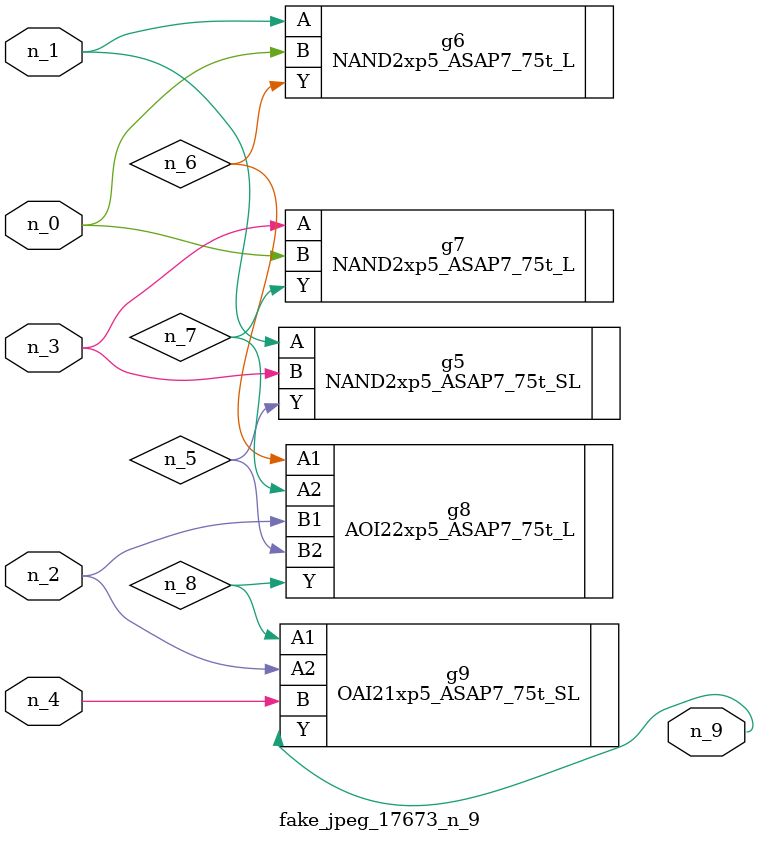
<source format=v>
module fake_jpeg_17673_n_9 (n_3, n_2, n_1, n_0, n_4, n_9);

input n_3;
input n_2;
input n_1;
input n_0;
input n_4;

output n_9;

wire n_8;
wire n_6;
wire n_5;
wire n_7;

NAND2xp5_ASAP7_75t_SL g5 ( 
.A(n_1),
.B(n_3),
.Y(n_5)
);

NAND2xp5_ASAP7_75t_L g6 ( 
.A(n_1),
.B(n_0),
.Y(n_6)
);

NAND2xp5_ASAP7_75t_L g7 ( 
.A(n_3),
.B(n_0),
.Y(n_7)
);

AOI22xp5_ASAP7_75t_L g8 ( 
.A1(n_6),
.A2(n_7),
.B1(n_2),
.B2(n_5),
.Y(n_8)
);

OAI21xp5_ASAP7_75t_SL g9 ( 
.A1(n_8),
.A2(n_2),
.B(n_4),
.Y(n_9)
);


endmodule
</source>
